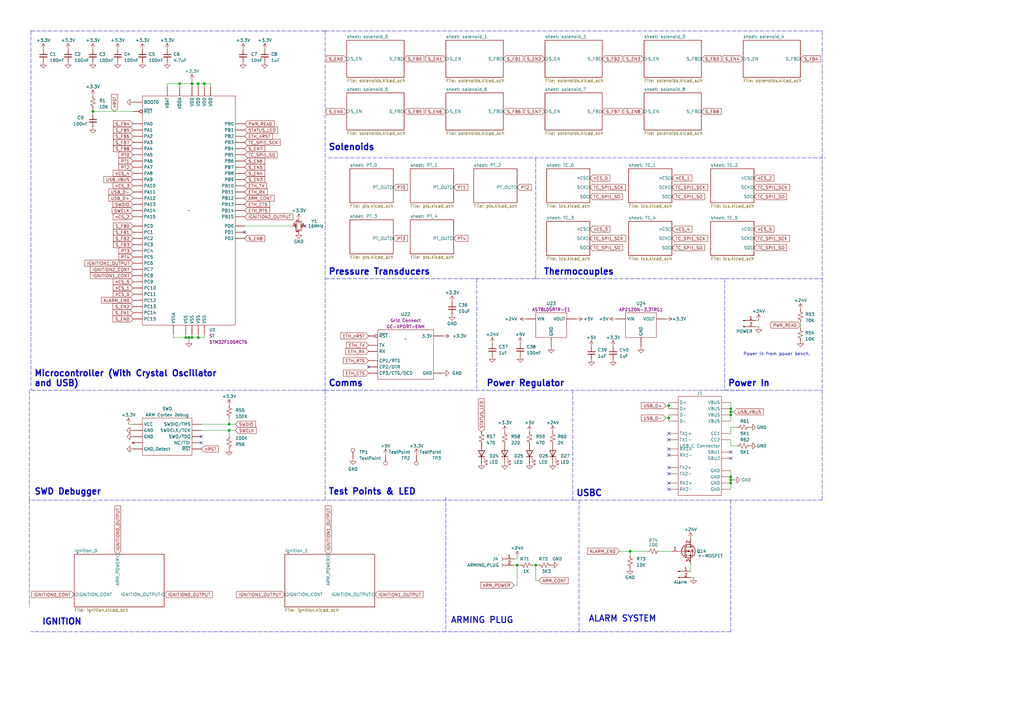
<source format=kicad_sch>
(kicad_sch (version 20230121) (generator eeschema)
  (paper "A3")
  (junction (at 274.32 171.45))
  (junction (at 73.66 34.29))
  (junction (at 93.98 173.99))
  (junction (at 212.09 231.775))
  (junction (at 299.72 167.64))
  (junction (at 274.32 166.37))
  (junction (at 299.72 170.18))
  (junction (at 81.28 34.29))
  (junction (at 78.74 138.43))
  (junction (at 258.445 226.06))
  (junction (at 299.72 198.12))
  (junction (at 77.47 138.43))
  (junction (at 299.72 168.91))
  (junction (at 299.72 195.58))
  (junction (at 83.82 34.29))
  (junction (at 219.71 231.775))
  (junction (at 38.1 45.72))
  (junction (at 81.28 138.43))
  (junction (at 76.2 138.43))
  (junction (at 93.98 176.53))
  (junction (at 78.74 34.29))
  (junction (at 299.72 196.85))
  (no_connect (at 274.32 186.69))
  (no_connect (at 125.095 92.71))
  (no_connect (at 82.55 181.61))
  (no_connect (at 274.32 180.34))
  (no_connect (at 151.13 150.495))
  (no_connect (at 299.72 187.96))
  (no_connect (at 299.72 185.42))
  (no_connect (at 100.33 95.25))
  (no_connect (at 82.55 179.07))
  (no_connect (at 274.32 177.8))
  (no_connect (at 274.32 200.66))
  (no_connect (at 274.32 191.77))
  (no_connect (at 274.32 184.15))
  (no_connect (at 274.32 198.12))
  (no_connect (at 274.32 194.31))
  (wire (pts (xy 76.2 138.43) (xy 77.47 138.43)))
  (wire (pts (xy 81.28 34.29) (xy 81.28 35.56)))
  (wire (pts (xy 299.72 167.64) (xy 299.72 168.91)))
  (wire (pts (xy 93.98 179.07) (xy 93.98 176.53)))
  (wire (pts (xy 71.12 138.43) (xy 76.2 138.43)))
  (polyline (pts (xy 134.62 64.77) (xy 338.455 64.77)) (stroke (width 0) (type dash)))
  (wire (pts (xy 274.32 166.37) (xy 274.32 167.64)))
  (polyline (pts (xy 133.35 160.02) (xy 12.7 160.02)) (stroke (width 0) (type dash)))
  (wire (pts (xy 38.1 46.99) (xy 38.1 45.72)))
  (wire (pts (xy 81.28 34.29) (xy 83.82 34.29)))
  (wire (pts (xy 100.33 92.71) (xy 120.015 92.71)))
  (wire (pts (xy 299.72 196.85) (xy 300.99 196.85)))
  (wire (pts (xy 210.82 231.775) (xy 212.09 231.775)))
  (wire (pts (xy 212.09 229.235) (xy 210.82 229.235)))
  (polyline (pts (xy 337.185 114.3) (xy 337.185 160.02)) (stroke (width 0) (type dash)))
  (wire (pts (xy 81.28 138.43) (xy 83.82 138.43)))
  (polyline (pts (xy 12.7 12.7) (xy 133.35 12.7)) (stroke (width 0) (type dash)))
  (polyline (pts (xy 133.35 160.147) (xy 133.35 205.232)) (stroke (width 0) (type dash)))
  (wire (pts (xy 93.98 176.53) (xy 82.55 176.53)))
  (polyline (pts (xy 299.72 259.08) (xy 182.88 259.08)) (stroke (width 0) (type dash)))
  (polyline (pts (xy 219.71 114.3) (xy 337.185 114.3)) (stroke (width 0) (type dash)))
  (wire (pts (xy 73.66 34.29) (xy 73.66 35.56)))
  (wire (pts (xy 299.72 165.1) (xy 299.72 167.64)))
  (wire (pts (xy 73.66 34.29) (xy 78.74 34.29)))
  (wire (pts (xy 83.82 34.29) (xy 86.36 34.29)))
  (wire (pts (xy 328.295 132.08) (xy 328.295 134.62)))
  (wire (pts (xy 273.05 166.37) (xy 274.32 166.37)))
  (wire (pts (xy 96.52 173.99) (xy 93.98 173.99)))
  (wire (pts (xy 311.15 133.985) (xy 309.88 133.985)))
  (wire (pts (xy 299.72 198.12) (xy 299.72 200.66)))
  (polyline (pts (xy 234.95 160.02) (xy 234.95 205.105)) (stroke (width 0) (type dash)))
  (wire (pts (xy 299.72 193.04) (xy 299.72 195.58)))
  (wire (pts (xy 52.705 173.99) (xy 54.61 173.99)))
  (wire (pts (xy 254 226.06) (xy 258.445 226.06)))
  (wire (pts (xy 68.58 34.29) (xy 68.58 35.56)))
  (wire (pts (xy 218.44 231.775) (xy 219.71 231.775)))
  (wire (pts (xy 309.88 131.445) (xy 311.15 131.445)))
  (wire (pts (xy 274.32 165.1) (xy 274.32 166.37)))
  (wire (pts (xy 299.72 182.88) (xy 299.72 180.34)))
  (polyline (pts (xy 133.35 160.02) (xy 198.12 160.02)) (stroke (width 0) (type dash)))
  (wire (pts (xy 273.05 171.45) (xy 274.32 171.45)))
  (wire (pts (xy 219.71 238.125) (xy 220.98 238.125)))
  (wire (pts (xy 38.1 44.45) (xy 38.1 45.72)))
  (polyline (pts (xy 133.35 12.7) (xy 337.185 12.7)) (stroke (width 0) (type dash)))
  (wire (pts (xy 299.72 168.91) (xy 299.72 170.18)))
  (polyline (pts (xy 219.71 64.77) (xy 219.71 114.3)) (stroke (width 0) (type dash)))
  (polyline (pts (xy 140.335 205.105) (xy 234.95 205.105)) (stroke (width 0) (type dash)))
  (wire (pts (xy 71.12 137.16) (xy 71.12 138.43)))
  (wire (pts (xy 274.32 171.45) (xy 274.32 172.72)))
  (wire (pts (xy 258.445 226.06) (xy 258.445 227.965)))
  (wire (pts (xy 212.09 228.6) (xy 212.09 229.235)))
  (wire (pts (xy 86.36 34.29) (xy 86.36 35.56)))
  (wire (pts (xy 274.32 170.18) (xy 274.32 171.45)))
  (wire (pts (xy 299.72 182.88) (xy 302.26 182.88)))
  (wire (pts (xy 299.72 196.85) (xy 299.72 198.12)))
  (polyline (pts (xy 133.35 12.7) (xy 133.35 160.02)) (stroke (width 0) (type dash)))
  (wire (pts (xy 299.72 168.91) (xy 300.99 168.91)))
  (polyline (pts (xy 12.065 160.02) (xy 12.065 205.105)) (stroke (width 0) (type dash)))
  (wire (pts (xy 299.72 170.18) (xy 299.72 172.72)))
  (polyline (pts (xy 337.185 63.5) (xy 337.185 114.3)) (stroke (width 0) (type dash)))
  (wire (pts (xy 77.47 138.43) (xy 78.74 138.43)))
  (wire (pts (xy 299.72 175.26) (xy 302.26 175.26)))
  (polyline (pts (xy 297.18 160.02) (xy 337.185 160.02)) (stroke (width 0) (type dash)))
  (wire (pts (xy 299.72 195.58) (xy 299.72 196.85)))
  (polyline (pts (xy 140.335 205.105) (xy 12.065 205.105)) (stroke (width 0) (type dash)))
  (wire (pts (xy 78.74 137.16) (xy 78.74 138.43)))
  (wire (pts (xy 77.47 139.7) (xy 77.47 138.43)))
  (wire (pts (xy 78.74 34.29) (xy 81.28 34.29)))
  (wire (pts (xy 81.28 137.16) (xy 81.28 138.43)))
  (polyline (pts (xy 182.88 259.08) (xy 12.7 259.08)) (stroke (width 0) (type dash)))
  (wire (pts (xy 283.21 231.14) (xy 283.21 234.315)))
  (wire (pts (xy 83.82 137.16) (xy 83.82 138.43)))
  (wire (pts (xy 212.09 231.775) (xy 213.36 231.775)))
  (wire (pts (xy 270.51 226.06) (xy 275.59 226.06)))
  (polyline (pts (xy 12.7 12.7) (xy 12.7 160.02)) (stroke (width 0) (type dash)))
  (polyline (pts (xy 133.35 114.3) (xy 219.71 114.3)) (stroke (width 0) (type dash)))
  (polyline (pts (xy 12.065 205.105) (xy 12.065 248.92)) (stroke (width 0) (type dash)))
  (wire (pts (xy 299.72 175.26) (xy 299.72 177.8)))
  (polyline (pts (xy 299.72 205.105) (xy 299.72 259.08)) (stroke (width 0) (type dash)))
  (wire (pts (xy 219.71 231.775) (xy 220.98 231.775)))
  (wire (pts (xy 212.09 231.775) (xy 212.09 240.03)))
  (polyline (pts (xy 297.18 160.02) (xy 304.165 160.02)) (stroke (width 0) (type dash)))
  (polyline (pts (xy 195.58 114.3) (xy 195.58 160.02)) (stroke (width 0) (type dash)))
  (wire (pts (xy 284.48 236.855) (xy 283.21 236.855)))
  (wire (pts (xy 258.445 226.06) (xy 265.43 226.06)))
  (wire (pts (xy 78.74 138.43) (xy 81.28 138.43)))
  (polyline (pts (xy 237.49 205.105) (xy 237.49 259.08)) (stroke (width 0) (type dash)))
  (wire (pts (xy 93.98 171.45) (xy 93.98 173.99)))
  (wire (pts (xy 219.71 231.775) (xy 219.71 238.125)))
  (polyline (pts (xy 297.18 114.3) (xy 297.18 160.02)) (stroke (width 0) (type dash)))
  (polyline (pts (xy 234.95 205.105) (xy 337.185 205.105)) (stroke (width 0) (type dash)))
  (wire (pts (xy 78.74 33.02) (xy 78.74 34.29)))
  (wire (pts (xy 212.09 240.03) (xy 210.82 240.03)))
  (polyline (pts (xy 182.88 203.835) (xy 182.88 259.08)) (stroke (width 0) (type dash)))
  (wire (pts (xy 76.2 137.16) (xy 76.2 138.43)))
  (wire (pts (xy 78.74 34.29) (xy 78.74 35.56)))
  (wire (pts (xy 38.1 45.72) (xy 54.61 45.72)))
  (wire (pts (xy 93.98 176.53) (xy 96.52 176.53)))
  (wire (pts (xy 82.55 173.99) (xy 93.98 173.99)))
  (wire (pts (xy 83.82 34.29) (xy 83.82 35.56)))
  (polyline (pts (xy 337.185 12.7) (xy 337.185 63.5)) (stroke (width 0) (type dash)))
  (polyline (pts (xy 337.185 160.02) (xy 337.185 205.105)) (stroke (width 0) (type dash)))
  (polyline (pts (xy 297.18 160.02) (xy 198.12 160.02)) (stroke (width 0) (type dash)))
  (wire (pts (xy 68.58 34.29) (xy 73.66 34.29)))
  (text "ARMING PLUG" (at 184.785 255.905 0) (effects (font (size 2.5 2.5) (thickness 0.4) bold) (justify left bottom)))
  (text "ALARM SYSTEM" (at 241.3 255.27 0) (effects (font (size 2.5 2.5) (thickness 0.4) bold) (justify left bottom)))
  (text "Thermocouples" (at 222.885 113.03 0) (effects (font (size 2.55 2.55) (thickness 0.51) bold) (justify left bottom)))
  (text "Comms" (at 134.62 158.75 0) (effects (font (size 2.55 2.55) (thickness 0.51) bold) (justify left bottom)))
  (text "SWD Debugger" (at 13.97 203.2 0) (effects (font (size 2.5 2.5) (thickness 0.5) bold) (justify left bottom)))
  (text "Test Points & LED" (at 134.62 203.2 0) (effects (font (size 2.55 2.55) (thickness 0.51) bold) (justify left bottom)))
  (text "Pressure Transducers" (at 134.62 113.03 0) (effects (font (size 2.55 2.55) (thickness 0.51) bold) (justify left bottom)))
  (text "Microcontroller (With Crystal Oscillator \nand USB)" (at 13.97 158.75 0) (effects (font (size 2.5 2.5) (thickness 0.5) bold) (justify left bottom)))
  (text "Power In" (at 298.45 158.75 0) (effects (font (size 2.55 2.55) (thickness 0.51) bold) (justify left bottom)))
  (text "Power Regulator" (at 199.39 158.75 0) (effects (font (size 2.55 2.55) (thickness 0.51) bold) (justify left bottom)))
  (text "IGNITION" (at 17.145 256.54 0) (effects (font (size 2.5 2.5) (thickness 0.5) bold) (justify left bottom)))
  (text "Power in from power bench." (at 304.8 146.05 0) (effects (font (size 1.27 1.27)) (justify left bottom)))
  (text "USBC" (at 236.22 203.835 0) (effects (font (size 2.55 2.55) (thickness 0.51) bold) (justify left bottom)))
  (text "Solenoids\n\n" (at 134.62 66.04 0) (effects (font (size 2.55 2.55) (thickness 0.51) bold) (justify left bottom)))
  (global_label "S_FB1" (shape input) (at 206.375 24.13 0) (property "Intersheetrefs" "${INTERSHEET_REFS}" (effects hide)))
  (global_label "TC_SPI1_SO" (shape input) (at 100.33 63.5 0) (property "Intersheetrefs" "${INTERSHEET_REFS}" (effects hide)))
  (global_label "S_FB7" (shape input) (at 247.015 45.72 0) (property "Intersheetrefs" "${INTERSHEET_REFS}" (effects hide)))
  (global_label "TC_SPI1_SCK" (shape input) (at 275.59 76.835 0) (property "Intersheetrefs" "${INTERSHEET_REFS}" (effects hide)))
  (global_label "nCS_4" (shape input) (at 54.61 71.12 180) (property "Intersheetrefs" "${INTERSHEET_REFS}" (effects hide)))
  (global_label "S_FB4" (shape input) (at 328.295 24.13 0) (property "Intersheetrefs" "${INTERSHEET_REFS}" (effects hide)))
  (global_label "nCS_0" (shape input) (at 241.935 73.025 0) (property "Intersheetrefs" "${INTERSHEET_REFS}" (effects hide)))
  (global_label "PT2" (shape input) (at 54.61 68.58 180) (property "Intersheetrefs" "${INTERSHEET_REFS}" (effects hide)))
  (global_label "TC_SPI1_SO" (shape input) (at 309.245 101.6 0) (property "Intersheetrefs" "${INTERSHEET_REFS}" (effects hide)))
  (global_label "S_FB8" (shape input) (at 287.655 45.72 0) (property "Intersheetrefs" "${INTERSHEET_REFS}" (effects hide)))
  (global_label "PT0" (shape input) (at 54.61 63.5 180) (property "Intersheetrefs" "${INTERSHEET_REFS}" (effects hide)))
  (global_label "S_FB2" (shape input) (at 54.61 97.79 180) (property "Intersheetrefs" "${INTERSHEET_REFS}" (effects hide)))
  (global_label "PWR_READ" (shape input) (at 100.33 50.8 0) (property "Intersheetrefs" "${INTERSHEET_REFS}" (effects hide)))
  (global_label "nCS_3" (shape input) (at 241.935 93.98 0) (property "Intersheetrefs" "${INTERSHEET_REFS}" (effects hide)))
  (global_label "nCS_4" (shape input) (at 275.59 93.98 0) (property "Intersheetrefs" "${INTERSHEET_REFS}" (effects hide)))
  (global_label "S_EN6" (shape input) (at 100.33 66.04 0) (property "Intersheetrefs" "${INTERSHEET_REFS}" (effects hide)))
  (global_label "S_EN5" (shape input) (at 100.33 68.58 0) (property "Intersheetrefs" "${INTERSHEET_REFS}" (effects hide)))
  (global_label "S_EN1" (shape input) (at 54.61 128.27 180) (property "Intersheetrefs" "${INTERSHEET_REFS}" (effects hide)))
  (global_label "IGNITION2_CONT" (shape input) (at 54.61 110.49 180) (property "Intersheetrefs" "${INTERSHEET_REFS}" (effects hide)))
  (global_label "PT2" (shape input) (at 212.09 76.835 0) (property "Intersheetrefs" "${INTERSHEET_REFS}" (effects hide)))
  (global_label "PT1" (shape input) (at 186.055 76.835 0) (property "Intersheetrefs" "${INTERSHEET_REFS}" (effects hide)))
  (global_label "S_EN6" (shape input) (at 182.88 45.72 180) (property "Intersheetrefs" "${INTERSHEET_REFS}" (effects hide)))
  (global_label "TC_SPI1_SCK" (shape input) (at 309.245 76.835 0) (property "Intersheetrefs" "${INTERSHEET_REFS}" (effects hide)))
  (global_label "TC_SPI1_SCK" (shape input) (at 241.935 97.79 0) (property "Intersheetrefs" "${INTERSHEET_REFS}" (effects hide)))
  (global_label "IGNITION0_CONT" (shape input) (at 30.48 243.84 180) (property "Intersheetrefs" "${INTERSHEET_REFS}" (effects hide)))
  (global_label "IGNITION1_OUTPUT" (shape input) (at 116.84 243.84 180) (property "Intersheetrefs" "${INTERSHEET_REFS}" (effects hide)))
  (global_label "S_FB6" (shape input) (at 206.375 45.72 0) (property "Intersheetrefs" "${INTERSHEET_REFS}" (effects hide)))
  (global_label "SWDIO" (shape input) (at 54.61 83.82 180) (property "Intersheetrefs" "${INTERSHEET_REFS}" (effects hide)))
  (global_label "USB_D-" (shape input) (at 54.61 78.74 180) (property "Intersheetrefs" "${INTERSHEET_REFS}" (effects hide)))
  (global_label "S_EN7" (shape input) (at 223.52 45.72 180) (property "Intersheetrefs" "${INTERSHEET_REFS}" (effects hide)))
  (global_label "TC_SPI1_SO" (shape input) (at 241.935 80.645 0) (property "Intersheetrefs" "${INTERSHEET_REFS}" (effects hide)))
  (global_label "ETH_nRST" (shape input) (at 100.33 55.88 0) (property "Intersheetrefs" "${INTERSHEET_REFS}" (effects hide)))
  (global_label "USB_D-" (shape input) (at 273.05 171.45 180) (property "Intersheetrefs" "${INTERSHEET_REFS}" (effects hide)))
  (global_label "STATUS_LED" (shape input) (at 197.485 177.165 90) (property "Intersheetrefs" "${INTERSHEET_REFS}" (effects hide)))
  (global_label "ETH_CTS" (shape input) (at 100.33 83.82 0) (property "Intersheetrefs" "${INTERSHEET_REFS}" (effects hide)))
  (global_label "nCS_5" (shape input) (at 309.245 93.98 0) (property "Intersheetrefs" "${INTERSHEET_REFS}" (effects hide)))
  (global_label "nCS_2" (shape input) (at 54.61 88.9 180) (property "Intersheetrefs" "${INTERSHEET_REFS}" (effects hide)))
  (global_label "PT3" (shape input) (at 161.29 97.79 0) (property "Intersheetrefs" "${INTERSHEET_REFS}" (effects hide)))
  (global_label "IGNITION1_OUTPUT" (shape input) (at 134.62 227.33 90) (property "Intersheetrefs" "${INTERSHEET_REFS}" (effects hide)))
  (global_label "nCS_1" (shape input) (at 275.59 73.025 0) (property "Intersheetrefs" "${INTERSHEET_REFS}" (effects hide)))
  (global_label "PT3" (shape input) (at 54.61 102.87 180) (property "Intersheetrefs" "${INTERSHEET_REFS}" (effects hide)))
  (global_label "PT0" (shape input) (at 161.29 76.835 0) (property "Intersheetrefs" "${INTERSHEET_REFS}" (effects hide)))
  (global_label "S_EN7" (shape input) (at 100.33 60.96 0) (property "Intersheetrefs" "${INTERSHEET_REFS}" (effects hide)))
  (global_label "S_FB4" (shape input) (at 54.61 50.8 180) (property "Intersheetrefs" "${INTERSHEET_REFS}" (effects hide)))
  (global_label "TC_SPI1_SO" (shape input) (at 275.59 101.6 0) (property "Intersheetrefs" "${INTERSHEET_REFS}" (effects hide)))
  (global_label "S_EN2" (shape input) (at 54.61 125.73 180) (property "Intersheetrefs" "${INTERSHEET_REFS}" (effects hide)))
  (global_label "IGNITION1_OUTPUT" (shape input) (at 54.61 107.95 180) (property "Intersheetrefs" "${INTERSHEET_REFS}" (effects hide)))
  (global_label "TC_SPI1_SO" (shape input) (at 275.59 80.645 0) (property "Intersheetrefs" "${INTERSHEET_REFS}" (effects hide)))
  (global_label "SWDIO" (shape input) (at 96.52 173.99 0) (property "Intersheetrefs" "${INTERSHEET_REFS}" (effects hide)))
  (global_label "TC_SPI1_SCK" (shape input) (at 241.935 76.835 0) (property "Intersheetrefs" "${INTERSHEET_REFS}" (effects hide)))
  (global_label "S_FB0" (shape input) (at 165.735 24.13 0) (property "Intersheetrefs" "${INTERSHEET_REFS}" (effects hide)))
  (global_label "TC_SPI1_SCK" (shape input) (at 100.33 58.42 0) (property "Intersheetrefs" "${INTERSHEET_REFS}" (effects hide)))
  (global_label "S_EN3" (shape input) (at 100.33 73.66 0) (property "Intersheetrefs" "${INTERSHEET_REFS}" (effects hide)))
  (global_label "STATUS_LED" (shape input) (at 100.33 53.34 0) (property "Intersheetrefs" "${INTERSHEET_REFS}" (effects hide)))
  (global_label "nRST" (shape input) (at 46.99 45.72 90) (property "Intersheetrefs" "${INTERSHEET_REFS}" (effects hide)))
  (global_label "IGNITION0_OUTPUT" (shape input) (at 48.26 227.33 90) (property "Intersheetrefs" "${INTERSHEET_REFS}" (effects hide)))
  (global_label "TC_SPI1_SCK" (shape input) (at 309.245 97.79 0) (property "Intersheetrefs" "${INTERSHEET_REFS}" (effects hide)))
  (global_label "ETH_nRST" (shape input) (at 151.13 137.795 180) (property "Intersheetrefs" "${INTERSHEET_REFS}" (effects hide)))
  (global_label "nCS_3" (shape input) (at 54.61 76.2 180) (property "Intersheetrefs" "${INTERSHEET_REFS}" (effects hide)))
  (global_label "ARM_CONT" (shape input) (at 100.33 81.28 0) (property "Intersheetrefs" "${INTERSHEET_REFS}" (effects hide)))
  (global_label "USB_D+" (shape input) (at 54.61 81.28 180) (property "Intersheetrefs" "${INTERSHEET_REFS}" (effects hide)))
  (global_label "S_EN4" (shape input) (at 304.8 24.13 180) (property "Intersheetrefs" "${INTERSHEET_REFS}" (effects hide)))
  (global_label "S_FB2" (shape input) (at 247.015 24.13 0) (property "Intersheetrefs" "${INTERSHEET_REFS}" (effects hide)))
  (global_label "ARM_CONT" (shape input) (at 220.98 238.125 0) (property "Intersheetrefs" "${INTERSHEET_REFS}" (effects hide)))
  (global_label "S_FB3" (shape input) (at 54.61 100.33 180) (property "Intersheetrefs" "${INTERSHEET_REFS}" (effects hide)))
  (global_label "USB_VBUS" (shape input) (at 54.61 73.66 180) (property "Intersheetrefs" "${INTERSHEET_REFS}" (effects hide)))
  (global_label "PT1" (shape input) (at 54.61 66.04 180) (property "Intersheetrefs" "${INTERSHEET_REFS}" (effects hide)))
  (global_label "IGNITION1_OUTPUT" (shape input) (at 153.67 243.84 0) (property "Intersheetrefs" "${INTERSHEET_REFS}" (effects hide)))
  (global_label "TC_SPI1_SCK" (shape input) (at 275.59 97.79 0) (property "Intersheetrefs" "${INTERSHEET_REFS}" (effects hide)))
  (global_label "S_FB8" (shape input) (at 54.61 60.96 180) (property "Intersheetrefs" "${INTERSHEET_REFS}" (effects hide)))
  (global_label "S_FB6" (shape input) (at 54.61 55.88 180) (property "Intersheetrefs" "${INTERSHEET_REFS}" (effects hide)))
  (global_label "S_FB7" (shape input) (at 54.61 58.42 180) (property "Intersheetrefs" "${INTERSHEET_REFS}" (effects hide)))
  (global_label "nCS_5" (shape input) (at 54.61 115.57 180) (property "Intersheetrefs" "${INTERSHEET_REFS}" (effects hide)))
  (global_label "nCS_0" (shape input) (at 54.61 120.65 180) (property "Intersheetrefs" "${INTERSHEET_REFS}" (effects hide)))
  (global_label "S_EN2" (shape input) (at 223.52 24.13 180) (property "Intersheetrefs" "${INTERSHEET_REFS}" (effects hide)))
  (global_label "TC_SPI1_SO" (shape input) (at 241.935 101.6 0) (property "Intersheetrefs" "${INTERSHEET_REFS}" (effects hide)))
  (global_label "S_FB5" (shape input) (at 165.735 45.72 0) (property "Intersheetrefs" "${INTERSHEET_REFS}" (effects hide)))
  (global_label "S_EN4" (shape input) (at 100.33 71.12 0) (property "Intersheetrefs" "${INTERSHEET_REFS}" (effects hide)))
  (global_label "SWCLK" (shape input) (at 96.52 176.53 0) (property "Intersheetrefs" "${INTERSHEET_REFS}" (effects hide)))
  (global_label "S_FB3" (shape input) (at 287.655 24.13 0) (property "Intersheetrefs" "${INTERSHEET_REFS}" (effects hide)))
  (global_label "SWCLK" (shape input) (at 54.61 86.36 180) (property "Intersheetrefs" "${INTERSHEET_REFS}" (effects hide)))
  (global_label "nCS_2" (shape input) (at 309.245 73.025 0) (property "Intersheetrefs" "${INTERSHEET_REFS}" (effects hide)))
  (global_label "ETH_TX" (shape input) (at 151.13 141.605 180) (property "Intersheetrefs" "${INTERSHEET_REFS}" (effects hide)))
  (global_label "IGNITION1_CONT" (shape input) (at 54.61 113.03 180) (property "Intersheetrefs" "${INTERSHEET_REFS}" (effects hide)))
  (global_label "ALARM_EN0" (shape input) (at 254 226.06 180) (property "Intersheetrefs" "${INTERSHEET_REFS}" (effects hide)))
  (global_label "nRST" (shape input) (at 82.55 184.15 0) (property "Intersheetrefs" "${INTERSHEET_REFS}" (effects hide)))
  (global_label "ETH_RTS" (shape input) (at 151.13 147.955 180) (property "Intersheetrefs" "${INTERSHEET_REFS}" (effects hide)))
  (global_label "ALARM_EN0" (shape input) (at 54.61 123.19 180) (property "Intersheetrefs" "${INTERSHEET_REFS}" (effects hide)))
  (global_label "ETH_RX" (shape input) (at 100.33 78.74 0) (property "Intersheetrefs" "${INTERSHEET_REFS}" (effects hide)))
  (global_label "S_EN8" (shape input) (at 264.16 45.72 180) (property "Intersheetrefs" "${INTERSHEET_REFS}" (effects hide)))
  (global_label "S_FB1" (shape input) (at 54.61 95.25 180) (property "Intersheetrefs" "${INTERSHEET_REFS}" (effects hide)))
  (global_label "USB_D+" (shape input) (at 273.05 166.37 180) (property "Intersheetrefs" "${INTERSHEET_REFS}" (effects hide)))
  (global_label "USB_VBUS" (shape input) (at 300.99 168.91 0) (property "Intersheetrefs" "${INTERSHEET_REFS}" (effects hide)))
  (global_label "IGNITION0_OUTPUT" (shape input) (at 67.31 243.84 0) (property "Intersheetrefs" "${INTERSHEET_REFS}" (effects hide)))
  (global_label "PT4" (shape input) (at 54.61 105.41 180) (property "Intersheetrefs" "${INTERSHEET_REFS}" (effects hide)))
  (global_label "S_EN0" (shape input) (at 54.61 130.81 180) (property "Intersheetrefs" "${INTERSHEET_REFS}" (effects hide)))
  (global_label "IGNITION2_OUTPUT" (shape input) (at 100.33 88.9 0) (property "Intersheetrefs" "${INTERSHEET_REFS}" (effects hide)))
  (global_label "ARM_POWER" (shape input) (at 210.82 240.03 180) (property "Intersheetrefs" "${INTERSHEET_REFS}" (effects hide)))
  (global_label "nCS_1" (shape input) (at 54.61 118.11 180) (property "Intersheetrefs" "${INTERSHEET_REFS}" (effects hide)))
  (global_label "S_EN3" (shape input) (at 264.16 24.13 180) (property "Intersheetrefs" "${INTERSHEET_REFS}" (effects hide)))
  (global_label "S_EN8" (shape input) (at 100.33 97.79 0) (property "Intersheetrefs" "${INTERSHEET_REFS}" (effects hide)))
  (global_label "ETH_TX" (shape input) (at 100.33 76.2 0) (property "Intersheetrefs" "${INTERSHEET_REFS}" (effects hide)))
  (global_label "TC_SPI1_SO" (shape input) (at 309.245 80.645 0) (property "Intersheetrefs" "${INTERSHEET_REFS}" (effects hide)))
  (global_label "S_FB5" (shape input) (at 54.61 53.34 180) (property "Intersheetrefs" "${INTERSHEET_REFS}" (effects hide)))
  (global_label "ETH_RTS" (shape input) (at 100.33 86.36 0) (property "Intersheetrefs" "${INTERSHEET_REFS}" (effects hide)))
  (global_label "S_FB0" (shape input) (at 54.61 92.71 180) (property "Intersheetrefs" "${INTERSHEET_REFS}" (effects hide)))
  (global_label "ETH_CTS" (shape input) (at 151.13 153.035 180) (property "Intersheetrefs" "${INTERSHEET_REFS}" (effects hide)))
  (global_label "S_EN1" (shape input) (at 182.88 24.13 180) (property "Intersheetrefs" "${INTERSHEET_REFS}" (effects hide)))
  (global_label "ETH_RX" (shape input) (at 151.13 144.145 180) (property "Intersheetrefs" "${INTERSHEET_REFS}" (effects hide)))
  (global_label "S_EN5" (shape input) (at 142.24 45.72 180) (property "Intersheetrefs" "${INTERSHEET_REFS}" (effects hide)))
  (global_label "PT4" (shape input) (at 186.055 97.79 0) (property "Intersheetrefs" "${INTERSHEET_REFS}" (effects hide)))
  (global_label "PWR_READ" (shape input) (at 328.295 133.35 180) (property "Intersheetrefs" "${INTERSHEET_REFS}" (effects hide)))
  (global_label "S_EN0" (shape input) (at 142.24 24.13 180) (property "Intersheetrefs" "${INTERSHEET_REFS}" (effects hide)))
  (symbol (lib_id "UCIRP-KiCAD-Lib:C_Small") (at 27.94 22.86 0) (unit 1)
    (property "Reference" "C2" (at 30.48 22.2313 0) (effects (justify left)))
    (property "Value" "100nF" (at 30.48 24.7713 0) (effects (justify left)))
    (property "Footprint" "Capacitor_SMD:C_0402_1005Metric" (effects hide))
    (property "Manufacturer" "Generic" (effects hide))
    (property "Part #" "Generic 100nF 0402 Capacitor" (effects hide))
  )
  (symbol (lib_id "power:+3.3V") (at 17.78 20.32 0) (unit 1)
    (property "Reference" "#PWR0195" (effects hide))
    (property "Value" "+3.3V" (at 17.78 16.51 0))
  )
  (symbol (lib_id "power:GND") (at 58.42 25.4 0) (unit 1)
    (property "Reference" "#PWR0204" (effects hide))
    (property "Value" "GND" (effects hide))
  )
  (symbol (lib_id "power:GND") (at 185.42 128.905 0) (unit 1)
    (property "Reference" "#PWR0218" (effects hide))
    (property "Value" "GND" (at 185.42 132.715 0))
  )
  (symbol (lib_id "power:GND") (at 17.78 25.4 0) (unit 1)
    (property "Reference" "#PWR0196" (effects hide))
    (property "Value" "GND" (effects hide))
  )
  (symbol (lib_id "UCIRP-KiCAD-Lib:TestPoint") (at 158.115 186.69 180) (unit 1)
    (property "Reference" "TP2" (at 168.275 187.96 0) (effects (justify left)))
    (property "Value" "TestPoint" (at 168.275 185.42 0) (effects (justify left)))
    (property "Footprint" "TestPoint:TestPoint_Pad_D2.0mm" (effects hide))
  )
  (symbol (lib_id "UCIRP-KiCAD-Lib:USB-C") (at 287.02 182.88 0) (unit 1)
    (property "Reference" "J1" (at 287.02 161.29 0))
    (property "Value" "USB_C Connector" (at 287.02 182.88 0))
    (property "Footprint" "Connector_USB:USB_C_Receptacle_GCT_USB4105-xx-A_16P_TopMnt_Horizontal" (effects hide))
    (property "Datasheet" "https://www.we-online.com/components/products/datasheet/629105150521.pdf" (effects hide))
    (property "Manufacturer" "Wurth Elektronik" (effects hide))
    (property "Part #" "629105150521" (effects hide))
  )
  (symbol (lib_id "UCIRP-KiCAD-Lib:R_Small_US") (at 93.98 168.91 0) (unit 1)
    (property "Reference" "R55" (at 96.52 168.275 0) (effects (justify left)))
    (property "Value" "100K" (at 96.52 170.815 0) (effects (justify left)))
    (property "Footprint" "Resistor_SMD:R_0402_1005Metric" (effects hide))
    (property "Manufacturer" "Generic" (effects hide))
    (property "Part #" "Generic 100K 0402 Resistor" (effects hide))
  )
  (symbol (lib_id "power:GND") (at 207.01 189.865 0) (unit 1)
    (property "Reference" "#PWR098" (effects hide))
    (property "Value" "GND" (effects hide))
  )
  (symbol (lib_id "UCIRP-KiCAD-Lib:Crystal_GND24_Small") (at 122.555 92.71 0) (mirror y) (unit 1)
    (property "Reference" "Y1" (at 128.905 90.805 0))
    (property "Value" "16MHz" (at 129.54 92.71 0))
    (property "Footprint" "Crystal:Crystal_SMD_2016-4Pin_2.0x1.6mm" (effects hide))
    (property "Datasheet" "https://ecsxtal.com/store/pdf/ECS_1633.pdf" (effects hide))
    (property "Manufacturer" "ECS" (effects hide))
    (property "Part #" "ECS-1633-160-BN-TR" (effects hide))
  )
  (symbol (lib_id "power:GND") (at 99.695 25.4 0) (unit 1)
    (property "Reference" "#PWR0208" (effects hide))
    (property "Value" "GND" (effects hide))
  )
  (symbol (lib_id "power:+3.3V") (at 207.01 177.165 0) (unit 1)
    (property "Reference" "#PWR097" (effects hide))
    (property "Value" "+3.3V" (at 207.01 173.355 0))
  )
  (symbol (lib_id "UCIRP-KiCAD-Lib:R_Small_US") (at 258.445 230.505 0) (unit 1)
    (property "Reference" "R73" (at 260.985 229.235 0) (effects (justify left)))
    (property "Value" "10K" (at 260.985 231.775 0) (effects (justify left)))
    (property "Footprint" "Resistor_SMD:R_0402_1005Metric" (effects hide))
    (property "Manufacturer" "Generic" (effects hide))
    (property "Part #" "Generic 10K 0402 Resistor" (effects hide))
  )
  (symbol (lib_id "power:+3.3V") (at 68.58 20.32 0) (unit 1)
    (property "Reference" "#PWR0205" (effects hide))
    (property "Value" "+3.3V" (at 68.58 16.51 0))
  )
  (symbol (lib_id "UCIRP-KiCAD-Lib:R_Small_US") (at 304.8 175.26 270) (unit 1)
    (property "Reference" "R61" (at 303.53 172.72 90) (effects (justify left)))
    (property "Value" "5K1" (at 303.53 177.8 90) (effects (justify left)))
    (property "Footprint" "Resistor_SMD:R_0402_1005Metric" (effects hide))
    (property "Manufacturer" "Generic" (effects hide))
    (property "Part #" "Generic 5K1 0402 Resistor" (effects hide))
  )
  (symbol (lib_id "power:GND") (at 251.46 147.32 0) (unit 1)
    (property "Reference" "#PWR0191" (effects hide))
    (property "Value" "GND" (effects hide))
  )
  (symbol (lib_id "power:GND") (at 213.36 146.05 0) (unit 1)
    (property "Reference" "#PWR0157" (effects hide))
    (property "Value" "GND" (effects hide))
  )
  (symbol (lib_id "power:GND") (at 68.58 25.4 0) (unit 1)
    (property "Reference" "#PWR0206" (effects hide))
    (property "Value" "GND" (effects hide))
  )
  (symbol (lib_id "UCIRP-KiCAD-Lib:STM32F105RCT6") (at 77.47 86.36 0) (unit 1)
    (property "Reference" "U1" (at 85.7759 135.255 0) (effects (justify left)))
    (property "Value" "~" (at 77.47 86.36 0))
    (property "Footprint" "Package_QFP:LQFP-64_10x10mm_P0.5mm" (effects hide))
    (property "Datasheet" "https://www.st.com/resource/en/datasheet/stm32f105rc.pdf" (effects hide))
    (property "Manufacturer" "ST" (at 85.7759 137.795 0) (effects (justify left)))
    (property "Part #" "STM32F105RCT6" (at 85.7759 140.335 0) (effects (justify left)))
  )
  (symbol (lib_id "UCIRP-KiCAD-Lib:Generic_Regulator_OutputGroundInput") (at 226.06 133.35 0) (unit 1)
    (property "Reference" "U23" (at 226.06 124.46 0))
    (property "Value" "~" (at 226.06 125.73 0))
    (property "Footprint" "Package_TO_SOT_SMD:SOT-89-3" (effects hide))
    (property "Datasheet" "https://mm.digikey.com/Volume0/opasdata/d220001/medias/docus/657/AS78Lxx_Aug2013_DS.pdf" (effects hide))
    (property "Part #" "AS78L05RTR-E1" (at 226.06 127 0))
    (property "Manufacturer" "Diodes" (effects hide))
  )
  (symbol (lib_id "power:GND") (at 262.89 142.24 0) (unit 1)
    (property "Reference" "#PWR0189" (effects hide))
    (property "Value" "GND" (effects hide))
  )
  (symbol (lib_id "UCIRP-KiCAD-Lib:C_Small") (at 17.78 22.86 0) (unit 1)
    (property "Reference" "C1" (at 20.32 22.2313 0) (effects (justify left)))
    (property "Value" "100nF" (at 20.32 24.7713 0) (effects (justify left)))
    (property "Footprint" "Capacitor_SMD:C_0402_1005Metric" (effects hide))
    (property "Manufacturer" "Generic" (effects hide))
    (property "Part #" "Generic 100nF 0402 Capacitor" (effects hide))
  )
  (symbol (lib_id "power:GND") (at 38.1 25.4 0) (unit 1)
    (property "Reference" "#PWR0200" (effects hide))
    (property "Value" "GND" (effects hide))
  )
  (symbol (lib_id "power:GND") (at 181.61 153.035 90) (unit 1)
    (property "Reference" "#PWR0216" (effects hide))
    (property "Value" "GND" (at 185.42 153.035 90) (effects (justify right)))
  )
  (symbol (lib_id "power:GND") (at 122.555 95.25 0) (unit 1)
    (property "Reference" "#PWR0102" (effects hide))
    (property "Value" "GND" (at 122.555 99.06 0))
  )
  (symbol (lib_id "power:GND") (at 54.61 41.91 270) (unit 1)
    (property "Reference" "#PWR0147" (effects hide))
    (property "Value" "GND" (effects hide))
  )
  (symbol (lib_id "UCIRP-KiCAD-Lib:C_Small") (at 68.58 22.86 0) (unit 1)
    (property "Reference" "C6" (at 71.12 22.2313 0) (effects (justify left)))
    (property "Value" "4.7uF" (at 71.12 24.7713 0) (effects (justify left)))
    (property "Footprint" "Capacitor_SMD:C_0402_1005Metric" (effects hide))
    (property "Manufacturer" "Generic" (effects hide))
    (property "Part #" "Generic 4.7uF 0402 Capacitor" (effects hide))
  )
  (symbol (lib_id "UCIRP-KiCAD-Lib:R_Small_US") (at 38.1 41.91 0) (unit 1)
    (property "Reference" "R1" (at 40.64 41.275 0) (effects (justify left)))
    (property "Value" "10K" (at 40.64 43.815 0) (effects (justify left)))
    (property "Footprint" "Resistor_SMD:R_0402_1005Metric" (effects hide))
    (property "Manufacturer" "Generic" (effects hide))
    (property "Part #" "Generic 10K 0402 Resistor" (effects hide))
  )
  (symbol (lib_id "power:+3.3V") (at 122.555 90.17 0) (unit 1)
    (property "Reference" "#PWR0101" (effects hide))
    (property "Value" "+3.3V" (at 122.555 86.36 0))
  )
  (symbol (lib_id "power:+24V") (at 212.09 228.6 0) (unit 1)
    (property "Reference" "#PWR0240" (effects hide))
    (property "Value" "+24V" (at 212.09 224.79 0))
  )
  (symbol (lib_id "power:GND") (at 258.445 233.045 0) (unit 1)
    (property "Reference" "#PWR0234" (effects hide))
    (property "Value" "GND" (at 258.445 236.855 0))
  )
  (symbol (lib_id "power:+3.3V") (at 38.1 20.32 0) (unit 1)
    (property "Reference" "#PWR0199" (effects hide))
    (property "Value" "+3.3V" (at 38.1 16.51 0))
  )
  (symbol (lib_id "Device:R_Small_US") (at 215.9 231.775 90) (mirror x) (unit 1)
    (property "Reference" "R71" (at 217.17 229.235 90) (effects (justify left)))
    (property "Value" "1K" (at 217.17 234.315 90) (effects (justify left)))
    (property "Footprint" "Resistor_SMD:R_0402_1005Metric" (effects hide))
    (property "Manufacturer" "Generic" (effects hide))
    (property "Part #" "Generic 1K 0402 Resistor" (effects hide))
  )
  (symbol (lib_id "power:GND") (at 328.295 139.7 0) (unit 1)
    (property "Reference" "#PWR0103" (effects hide))
    (property "Value" "GND" (effects hide))
  )
  (symbol (lib_id "UCIRP-KiCAD-Lib:C_Small") (at 108.585 22.86 0) (unit 1)
    (property "Reference" "C8" (at 111.125 22.225 0) (effects (justify left)))
    (property "Value" "1uF" (at 111.125 24.765 0) (effects (justify left)))
    (property "Footprint" "Capacitor_SMD:C_0402_1005Metric" (effects hide))
    (property "Manufacturer" "Generic" (effects hide))
    (property "Part #" "Generic 1uF 0402 Capacitor" (effects hide))
  )
  (symbol (lib_id "UCIRP-KiCAD-Lib:C_Small") (at 58.42 22.86 0) (unit 1)
    (property "Reference" "C5" (at 60.96 22.2313 0) (effects (justify left)))
    (property "Value" "100nF" (at 60.96 24.7713 0) (effects (justify left)))
    (property "Footprint" "Capacitor_SMD:C_0402_1005Metric" (effects hide))
    (property "Manufacturer" "Generic" (effects hide))
    (property "Part #" "Generic 100nF 0402 Capacitor" (effects hide))
  )
  (symbol (lib_id "power:GND") (at 27.94 25.4 0) (unit 1)
    (property "Reference" "#PWR0198" (effects hide))
    (property "Value" "GND" (effects hide))
  )
  (symbol (lib_id "power:+3.3V") (at 170.815 186.69 0) (unit 1)
    (property "Reference" "#PWR095" (effects hide))
    (property "Value" "+3.3V" (at 170.815 182.88 0))
  )
  (symbol (lib_id "power:+24V") (at 328.295 127 0) (unit 1)
    (property "Reference" "#PWR0104" (effects hide))
    (property "Value" "+24V" (at 328.295 123.19 0))
  )
  (symbol (lib_id "UCIRP-KiCAD-Lib:C_Small") (at 213.36 143.51 0) (unit 1)
    (property "Reference" "C38" (at 215.9 142.24 0) (effects (justify left)))
    (property "Value" "100nF" (at 215.9 144.78 0) (effects (justify left)))
    (property "Footprint" "Capacitor_SMD:C_0402_1005Metric" (effects hide))
    (property "Manufacturer" "Generic" (effects hide))
    (property "Part #" "Generic 100nF 0402 Capacitor" (effects hide))
  )
  (symbol (lib_id "UCIRP-KiCAD-Lib:Q_NMOS_GDS") (at 280.67 226.06 0) (unit 1)
    (property "Reference" "Q14" (at 285.75 226.06 0) (effects (justify left)))
    (property "Value" "n-MOSFET" (at 286.385 227.965 0) (effects (justify left)))
    (property "Footprint" "Package_TO_SOT_SMD:SOT-23-3" (effects hide))
    (property "Datasheet" "https://www.diodes.com/assets/Datasheets/DMG3402L.pdf" (effects hide))
    (property "Manufacturer" "Diodes" (effects hide))
    (property "Part #" "DMG3402L" (effects hide))
  )
  (symbol (lib_id "power:GND") (at 48.26 25.4 0) (unit 1)
    (property "Reference" "#PWR0202" (effects hide))
    (property "Value" "GND" (effects hide))
  )
  (symbol (lib_id "power:GND") (at 93.98 184.15 0) (unit 1)
    (property "Reference" "#PWR0182" (effects hide))
    (property "Value" "GND" (effects hide))
  )
  (symbol (lib_id "UCIRP-KiCAD-Lib:LED") (at 226.695 186.055 90) (unit 1)
    (property "Reference" "D27" (at 229.87 187.0075 90) (effects (justify right)))
    (property "Value" "LED" (at 229.87 189.5475 90) (effects (justify right)))
    (property "Footprint" "LED_SMD:LED_0603_1608Metric" (effects hide))
    (property "Manufacturer" "Generic" (effects hide))
    (property "Part #" "Generic 0603 Red LED" (effects hide))
  )
  (symbol (lib_id "power:+5V") (at 252.73 130.81 90) (unit 1)
    (property "Reference" "#PWR0188" (effects hide))
    (property "Value" "+5V" (at 247.65 130.81 90))
  )
  (symbol (lib_id "UCIRP-KiCAD-Lib:R_Small_US") (at 328.295 129.54 0) (unit 1)
    (property "Reference" "R53" (at 330.2 128.905 0) (effects (justify left)))
    (property "Value" "70K" (at 330.2 131.445 0) (effects (justify left)))
    (property "Footprint" "Resistor_SMD:R_0402_1005Metric" (effects hide))
    (property "Manufacturer" "Generic" (effects hide))
    (property "Part #" "Generic 70K 0402 Resistor" (effects hide))
  )
  (symbol (lib_id "power:+3.3V") (at 93.98 166.37 0) (unit 1)
    (property "Reference" "#PWR0181" (effects hide))
    (property "Value" "+3.3V" (at 93.98 162.56 0))
  )
  (symbol (lib_id "UCIRP-KiCAD-Lib:R_Small_US") (at 328.295 137.16 0) (unit 1)
    (property "Reference" "R54" (at 330.2 136.525 0) (effects (justify left)))
    (property "Value" "10K" (at 330.2 139.065 0) (effects (justify left)))
    (property "Footprint" "Resistor_SMD:R_0402_1005Metric" (effects hide))
    (property "Manufacturer" "Generic" (effects hide))
    (property "Part #" "Generic 10K 0402 Resistor" (effects hide))
  )
  (symbol (lib_id "power:GND") (at 197.485 189.865 0) (unit 1)
    (property "Reference" "#PWR096" (effects hide))
    (property "Value" "GND" (effects hide))
  )
  (symbol (lib_id "UCIRP-KiCAD-Lib:ARM_Cortex_Debug") (at 68.58 179.07 0) (unit 1)
    (property "Reference" "SWD" (at 68.58 167.64 0))
    (property "Value" "ARM Cortex Debug" (at 68.58 170.18 0))
    (property "Footprint" "Connector_PinHeader_1.27mm:PinHeader_2x05_P1.27mm_Vertical_SMD" (effects hide))
    (property "Manufacturer" "Generic" (effects hide))
    (property "Part #" "Generic 2x5 1.27mm Connector" (effects hide))
  )
  (symbol (lib_id "power:GND") (at 201.93 146.05 0) (unit 1)
    (property "Reference" "#PWR0167" (effects hide))
    (property "Value" "GND" (effects hide))
  )
  (symbol (lib_id "UCIRP-KiCAD-Lib:R_Small_US") (at 217.17 179.705 180) (unit 1)
    (property "Reference" "R59" (at 219.71 179.07 0) (effects (justify right)))
    (property "Value" "470" (at 219.71 181.61 0) (effects (justify right)))
    (property "Footprint" "Resistor_SMD:R_0402_1005Metric" (effects hide))
    (property "Manufacturer" "Generic" (effects hide))
    (property "Part #" "Generic 470 0402 Resistor" (effects hide))
  )
  (symbol (lib_id "power:GND") (at 54.61 179.07 270) (unit 1)
    (property "Reference" "#PWR0179" (effects hide))
    (property "Value" "GND" (effects hide))
  )
  (symbol (lib_id "UCIRP-KiCAD-Lib:C_Small") (at 38.1 22.86 0) (unit 1)
    (property "Reference" "C3" (at 40.64 22.2313 0) (effects (justify left)))
    (property "Value" "100nF" (at 40.64 24.7713 0) (effects (justify left)))
    (property "Footprint" "Capacitor_SMD:C_0402_1005Metric" (effects hide))
    (property "Manufacturer" "Generic" (effects hide))
    (property "Part #" "Generic 100nF 0402 Capacitor" (effects hide))
  )
  (symbol (lib_id "power:+3.3V") (at 38.1 39.37 0) (unit 1)
    (property "Reference" "#PWR0152" (effects hide))
    (property "Value" "+3.3V" (at 38.1 35.56 0))
  )
  (symbol (lib_id "power:+3.3V") (at 273.05 130.81 270) (unit 1)
    (property "Reference" "#PWR0192" (effects hide))
    (property "Value" "+3.3V" (at 275.59 130.81 90) (effects (justify left)))
  )
  (symbol (lib_id "power:GND") (at 307.34 182.88 90) (unit 1)
    (property "Reference" "#PWR0222" (effects hide))
    (property "Value" "GND" (at 312.42 182.88 90))
  )
  (symbol (lib_id "power:+5V") (at 213.36 140.97 0) (unit 1)
    (property "Reference" "#PWR0110" (effects hide))
    (property "Value" "+5V" (at 213.36 137.16 0))
  )
  (symbol (lib_id "power:+3.3V") (at 52.705 173.99 0) (unit 1)
    (property "Reference" "#PWR0177" (effects hide))
    (property "Value" "+3.3V" (at 52.705 170.18 0))
  )
  (symbol (lib_id "power:+3.3V") (at 251.46 142.24 0) (unit 1)
    (property "Reference" "#PWR0190" (effects hide))
    (property "Value" "+3.3V" (at 251.46 138.43 0))
  )
  (symbol (lib_id "power:GND") (at 226.06 231.775 90) (unit 1)
    (property "Reference" "#PWR0248" (effects hide))
    (property "Value" "GND" (at 228.6 229.235 90))
  )
  (symbol (lib_id "UCIRP-KiCAD-Lib:C_Small") (at 48.26 22.86 0) (unit 1)
    (property "Reference" "C4" (at 50.8 22.2313 0) (effects (justify left)))
    (property "Value" "100nF" (at 50.8 24.7713 0) (effects (justify left)))
    (property "Footprint" "Capacitor_SMD:C_0402_1005Metric" (effects hide))
    (property "Manufacturer" "Generic" (effects hide))
    (property "Part #" "Generic 100nF 0402 Capacitor" (effects hide))
  )
  (symbol (lib_id "UCIRP-KiCAD-Lib:LED") (at 197.485 186.055 90) (unit 1)
    (property "Reference" "D24" (at 200.66 187.0075 90) (effects (justify right)))
    (property "Value" "LED" (at 200.66 189.5475 90) (effects (justify right)))
    (property "Footprint" "LED_SMD:LED_0603_1608Metric" (effects hide))
    (property "Manufacturer" "Generic" (effects hide))
    (property "Part #" "Generic 0603 Blue LED" (effects hide))
  )
  (symbol (lib_id "UCIRP-KiCAD-Lib:LED") (at 217.17 186.055 90) (unit 1)
    (property "Reference" "D26" (at 220.98 187.0075 90) (effects (justify right)))
    (property "Value" "LED" (at 220.98 189.5475 90) (effects (justify right)))
    (property "Footprint" "LED_SMD:LED_0603_1608Metric" (effects hide))
    (property "Manufacturer" "Generic" (effects hide))
    (property "Part #" "Generic 0603 Red LED" (effects hide))
  )
  (symbol (lib_id "power:+5V") (at 158.115 186.69 0) (unit 1)
    (property "Reference" "#PWR094" (effects hide))
    (property "Value" "+5V" (at 158.115 182.88 0))
  )
  (symbol (lib_id "power:+3.3V") (at 78.74 33.02 0) (unit 1)
    (property "Reference" "#PWR0105" (effects hide))
    (property "Value" "+3.3V" (at 78.74 29.21 0))
  )
  (symbol (lib_id "power:GND") (at 300.99 196.85 90) (unit 1)
    (property "Reference" "#PWR0220" (effects hide))
    (property "Value" "GND" (at 306.07 196.85 90))
  )
  (symbol (lib_id "UCIRP-KiCAD-Lib:R_Small_US") (at 197.485 179.705 180) (unit 1)
    (property "Reference" "R57" (at 199.39 179.07 0) (effects (justify right)))
    (property "Value" "470" (at 199.39 181.61 0) (effects (justify right)))
    (property "Footprint" "Resistor_SMD:R_0402_1005Metric" (effects hide))
    (property "Manufacturer" "Generic" (effects hide))
    (property "Part #" "Generic 470 0402 Resistor" (effects hide))
  )
  (symbol (lib_id "UCIRP-KiCAD-Lib:R_Small_US") (at 207.01 179.705 180) (unit 1)
    (property "Reference" "R58" (at 209.55 179.07 0) (effects (justify right)))
    (property "Value" "220" (at 209.55 181.61 0) (effects (justify right)))
    (property "Footprint" "Resistor_SMD:R_0402_1005Metric" (effects hide))
    (property "Manufacturer" "Generic" (effects hide))
    (property "Part #" "Generic 220 0402 Resistor" (effects hide))
  )
  (symbol (lib_id "power:+3.3V") (at 108.585 20.32 0) (unit 1)
    (property "Reference" "#PWR0209" (effects hide))
    (property "Value" "+3.3V" (at 108.585 16.51 0))
  )
  (symbol (lib_id "power:+3.3V") (at 185.42 123.825 0) (unit 1)
    (property "Reference" "#PWR0217" (effects hide))
    (property "Value" "+3.3V" (at 185.42 120.015 0))
  )
  (symbol (lib_id "Device:R_Small_US") (at 223.52 231.775 90) (mirror x) (unit 1)
    (property "Reference" "R72" (at 224.79 229.235 90) (effects (justify left)))
    (property "Value" "3K3" (at 226.06 234.315 90) (effects (justify left)))
    (property "Footprint" "Resistor_SMD:R_0402_1005Metric" (effects hide))
    (property "Manufacturer" "Generic" (effects hide))
    (property "Part #" "Generic 3K3 0402 Resistor" (effects hide))
  )
  (symbol (lib_id "UCIRP-KiCAD-Lib:Conn_01x02_Pin") (at 304.8 131.445 0) (unit 1)
    (property "Reference" "POWER" (at 308.61 135.89 0) (effects (justify right)))
    (property "Value" "Conn_01x02_Pin" (effects hide))
    (property "Footprint" "TerminalBlock:TerminalBlock_bornier-2_P5.08mm" (effects hide))
    (property "Manufacturer" "Generic" (effects hide))
    (property "Part #" "Generic 2x5.08 Screw Terminal" (effects hide))
  )
  (symbol (lib_id "power:GND") (at 54.61 184.15 270) (unit 1)
    (property "Reference" "#PWR0180" (effects hide))
    (property "Value" "GND" (effects hide))
  )
  (symbol (lib_id "power:GND") (at 242.57 147.32 0) (unit 1)
    (property "Reference" "#PWR0187" (effects hide))
    (property "Value" "GND" (effects hide))
  )
  (symbol (lib_id "power:GND") (at 307.34 175.26 90) (unit 1)
    (property "Reference" "#PWR0221" (effects hide))
    (property "Value" "GND" (at 312.42 175.26 90))
  )
  (symbol (lib_id "power:GND") (at 217.17 189.865 0) (unit 1)
    (property "Reference" "#PWR0100" (effects hide))
    (property "Value" "GND" (effects hide))
  )
  (symbol (lib_id "power:+24V") (at 215.9 130.81 90) (unit 1)
    (property "Reference" "#PWR0108" (effects hide))
    (property "Value" "+24V" (at 209.55 130.81 90))
  )
  (symbol (lib_id "Connector:Conn_01x02_Socket") (at 205.74 229.235 0) (mirror y) (unit 1)
    (property "Reference" "J4" (at 203.2 229.235 0))
    (property "Value" "ARMING_PLUG" (at 198.12 231.775 0))
    (property "Footprint" "TerminalBlock:TerminalBlock_bornier-2_P5.08mm" (effects hide))
    (property "Manufacturer" "Generic" (effects hide))
    (property "Part #" "Generic 2x5.08 Screw Terminal" (effects hide))
  )
  (symbol (lib_id "power:+24V") (at 201.93 140.97 0) (unit 1)
    (property "Reference" "#PWR0162" (effects hide))
    (property "Value" "+24V" (at 201.93 137.16 0))
  )
  (symbol (lib_id "UCIRP-KiCAD-Lib:R_Small_US") (at 304.8 182.88 270) (unit 1)
    (property "Reference" "R62" (at 303.53 180.34 90) (effects (justify left)))
    (property "Value" "5K1" (at 303.53 185.42 90) (effects (justify left)))
    (property "Footprint" "Resistor_SMD:R_0402_1005Metric" (effects hide))
    (property "Manufacturer" "Generic" (effects hide))
    (property "Part #" "Generic 5K1 0402 Resistor" (effects hide))
  )
  (symbol (lib_id "power:+24V") (at 226.695 177.165 0) (unit 1)
    (property "Reference" "#PWR0193" (effects hide))
    (property "Value" "+24V" (at 226.695 173.355 0))
  )
  (symbol (lib_id "UCIRP-KiCAD-Lib:C_Small") (at 185.42 126.365 0) (unit 1)
    (property "Reference" "C36" (at 187.96 125.095 0) (effects (justify left)))
    (property "Value" "10uF" (at 187.96 127.6413 0) (effects (justify left)))
    (property "Footprint" "Capacitor_SMD:C_0402_1005Metric" (effects hide))
    (property "Manufacturer" "Generic" (effects hide))
    (property "Part #" "Generic 10uF 0402 Capacitor" (effects hide))
  )
  (symbol (lib_id "UCIRP-KiCAD-Lib:C_Small") (at 38.1 49.53 0) (unit 1)
    (property "Reference" "C9" (at 33.02 48.26 0))
    (property "Value" "100nF" (at 33.02 50.8 0))
    (property "Footprint" "Capacitor_SMD:C_0402_1005Metric" (effects hide))
    (property "Manufacturer" "Generic" (effects hide))
    (property "Part #" "Generic 100nF 0402 Capacitor" (effects hide))
  )
  (symbol (lib_id "UCIRP-KiCAD-Lib:GC-XPORT") (at 166.37 145.415 0) (unit 1)
    (property "Reference" "U22" (at 166.37 128.905 0))
    (property "Value" "~" (at 166.37 139.065 0))
    (property "Footprint" "UCIRP-KiCAD-Lib:GC-XPORT" (effects hide))
    (property "Datasheet" "https://gridconnect.box.com/shared/static/bu8k99agcgg8gspnja0ca8w7647gfghh.pdf" (effects hide))
    (property "Manufacturer" "Grid Connect" (at 166.37 131.445 0))
    (property "Part #" "GC-XPORT-ENH" (at 166.37 133.985 0))
  )
  (symbol (lib_id "power:+3.3V") (at 27.94 20.32 0) (unit 1)
    (property "Reference" "#PWR0197" (effects hide))
    (property "Value" "+3.3V" (at 27.94 16.51 0))
  )
  (symbol (lib_id "UCIRP-KiCAD-Lib:C_Small") (at 99.695 22.86 0) (unit 1)
    (property "Reference" "C7" (at 102.87 22.2313 0) (effects (justify left)))
    (property "Value" "10nF" (at 102.87 24.7713 0) (effects (justify left)))
    (property "Footprint" "Capacitor_SMD:C_0402_1005Metric" (effects hide))
    (property "Manufacturer" "Generic" (effects hide))
    (property "Part #" "Generic 10nF 0402 Capacitor" (effects hide))
  )
  (symbol (lib_id "UCIRP-KiCAD-Lib:Generic_Regulator_GroundOutputInput") (at 262.89 133.35 0) (unit 1)
    (property "Reference" "U24" (at 262.89 124.46 0))
    (property "Value" "~" (at 262.89 125.73 0))
    (property "Footprint" "Package_TO_SOT_SMD:SOT-23-3" (effects hide))
    (property "Datasheet" "https://www.diodes.com/assets/Datasheets/AP2120.pdf" (effects hide))
    (property "Part #" "AP2120N-3.3TRG1" (at 262.89 127 0))
    (property "Manufacturer" "Diodes" (effects hide))
  )
  (symbol (lib_id "power:+3.3V") (at 58.42 20.32 0) (unit 1)
    (property "Reference" "#PWR0203" (effects hide))
    (property "Value" "+3.3V" (at 58.42 16.51 0))
  )
  (symbol (lib_id "UCIRP-KiCAD-Lib:C_Small") (at 242.57 144.78 0) (unit 1)
    (property "Reference" "C39" (at 245.11 143.51 0) (effects (justify left)))
    (property "Value" "1uF" (at 245.11 146.05 0) (effects (justify left)))
    (property "Footprint" "Capacitor_SMD:C_0402_1005Metric" (effects hide))
    (property "Manufacturer" "Generic" (effects hide))
    (property "Part #" "Generic 1uF 0402 Capacitor" (effects hide))
  )
  (symbol (lib_id "UCIRP-KiCAD-Lib:R_Small_US") (at 93.98 181.61 0) (mirror x) (unit 1)
    (property "Reference" "R56" (at 96.52 182.245 0) (effects (justify left)))
    (property "Value" "100K" (at 96.52 179.705 0) (effects (justify left)))
    (property "Footprint" "Resistor_SMD:R_0402_1005Metric" (effects hide))
    (property "Manufacturer" "Generic" (effects hide))
    (property "Part #" "Generic 100K 0402 Resistor" (effects hide))
  )
  (symbol (lib_id "power:GND") (at 54.61 176.53 270) (unit 1)
    (property "Reference" "#PWR0178" (effects hide))
    (property "Value" "GND" (effects hide))
  )
  (symbol (lib_id "power:+3.3V") (at 48.26 20.32 0) (unit 1)
    (property "Reference" "#PWR0201" (effects hide))
    (property "Value" "+3.3V" (at 48.26 16.51 0))
  )
  (symbol (lib_id "power:GND") (at 284.48 236.855 0) (unit 1)
    (property "Reference" "#PWR0249" (effects hide))
    (property "Value" "GND" (effects hide))
  )
  (symbol (lib_id "power:GND") (at 38.1 52.07 0) (unit 1)
    (property "Reference" "#PWR0219" (effects hide))
    (property "Value" "GND" (effects hide))
  )
  (symbol (lib_id "UCIRP-KiCAD-Lib:Conn_01x02_Pin") (at 278.13 234.315 0) (unit 1)
    (property "Reference" "Alarm" (at 281.94 238.76 0) (effects (justify right)))
    (property "Value" "Conn_01x02_Pin" (effects hide))
    (property "Footprint" "TerminalBlock:TerminalBlock_bornier-2_P5.08mm" (effects hide))
    (property "Manufacturer" "Generic" (effects hide))
    (property "Part #" "Generic 2x5.08 Screw Terminal" (effects hide))
  )
  (symbol (lib_id "power:GND") (at 77.47 139.7 0) (unit 1)
    (property "Reference" "#PWR0106" (effects hide))
    (property "Value" "GND" (effects hide))
  )
  (symbol (lib_id "UCIRP-KiCAD-Lib:LED") (at 207.01 186.055 90) (unit 1)
    (property "Reference" "D25" (at 210.82 187.0075 90) (effects (justify right)))
    (property "Value" "LED" (at 210.82 189.5475 90) (effects (justify right)))
    (property "Footprint" "LED_SMD:LED_0603_1608Metric" (effects hide))
    (property "Manufacturer" "Generic" (effects hide))
    (property "Part #" "Generic 0603 Red LED" (effects hide))
  )
  (symbol (lib_id "power:GND") (at 226.06 142.24 0) (unit 1)
    (property "Reference" "#PWR0109" (effects hide))
    (property "Value" "GND" (effects hide))
  )
  (symbol (lib_id "power:+5V") (at 236.22 130.81 270) (unit 1)
    (property "Reference" "#PWR0107" (effects hide))
    (property "Value" "+5V" (at 241.3 130.81 90))
  )
  (symbol (lib_id "power:GND") (at 311.15 133.985 0) (unit 1)
    (property "Reference" "#PWR091" (effects hide))
    (property "Value" "GND" (effects hide))
  )
  (symbol (lib_id "power:+5V") (at 242.57 142.24 0) (unit 1)
    (property "Reference" "#PWR0186" (effects hide))
    (property "Value" "+5V" (at 242.57 138.43 0))
  )
  (symbol (lib_id "power:GND") (at 108.585 25.4 0) (unit 1)
    (property "Reference" "#PWR0210" (effects hide))
    (property "Value" "GND" (effects hide))
  )
  (symbol (lib_id "UCIRP-KiCAD-Lib:TestPoint") (at 144.78 187.96 0) (unit 1)
    (property "Reference" "TP1" (at 147.32 185.42 0) (effects (justify left)))
    (property "Value" "TestPoint" (at 147.32 187.96 0) (effects (justify left)))
    (property "Footprint" "TestPoint:TestPoint_Pad_D2.0mm" (effects hide))
  )
  (symbol (lib_id "power:GND") (at 144.78 187.96 0) (unit 1)
    (property "Reference" "#PWR093" (effects hide))
    (property "Value" "GND" (at 144.78 192.405 0))
  )
  (symbol (lib_id "power:+3.3V") (at 181.61 137.795 270) (unit 1)
    (property "Reference" "#PWR0215" (effects hide))
    (property "Value" "+3.3V" (at 185.42 137.795 90) (effects (justify left)))
  )
  (symbol (lib_id "power:+3.3V") (at 99.695 20.32 0) (unit 1)
    (property "Reference" "#PWR0207" (effects hide))
    (property "Value" "+3.3V" (at 99.695 16.51 0))
  )
  (symbol (lib_id "UCIRP-KiCAD-Lib:TestPoint") (at 170.815 186.69 180) (unit 1)
    (property "Reference" "TP3" (at 180.975 187.96 0) (effects (justify left)))
    (property "Value" "TestPoint" (at 180.975 185.42 0) (effects (justify left)))
    (property "Footprint" "TestPoint:TestPoint_Pad_D2.0mm" (effects hide))
  )
  (symbol (lib_id "power:+24V") (at 283.21 220.98 0) (unit 1)
    (property "Reference" "#PWR0247" (effects hide))
    (property "Value" "+24V" (at 283.21 217.17 0))
  )
  (symbol (lib_id "UCIRP-KiCAD-Lib:R_Small_US") (at 267.97 226.06 90) (unit 1)
    (property "Reference" "R74" (at 269.875 221.615 90) (effects (justify left)))
    (property "Value" "100" (at 269.875 223.52 90) (effects (justify left)))
    (property "Footprint" "Resistor_SMD:R_0402_1005Metric" (effects hide))
    (property "Manufacturer" "Generic" (effects hide))
    (property "Part #" "Generic 100 0402 Resistor" (effects hide))
  )
  (symbol (lib_id "power:+5V") (at 217.17 177.165 0) (unit 1)
    (property "Reference" "#PWR099" (effects hide))
    (property "Value" "+5V" (at 217.17 173.355 0))
  )
  (symbol (lib_id "power:GND") (at 226.695 189.865 0) (unit 1)
    (property "Reference" "#PWR0194" (effects hide))
    (property "Value" "GND" (effects hide))
  )
  (symbol (lib_id "UCIRP-KiCAD-Lib:R_Small_US") (at 226.695 179.705 180) (unit 1)
    (property "Reference" "R60" (at 228.6 179.07 0) (effects (justify right)))
    (property "Value" "2K" (at 228.6 181.61 0) (effects (justify right)))
    (property "Footprint" "Resistor_SMD:R_0402_1005Metric" (effects hide))
    (property "Manufacturer" "Generic" (effects hide))
    (property "Part #" "Generic 2K 0402 Resistor" (effects hide))
  )
  (symbol (lib_id "UCIRP-KiCAD-Lib:C_Small") (at 251.46 144.78 0) (unit 1)
    (property "Reference" "C40" (at 254 143.51 0) (effects (justify left)))
    (property "Value" "1uF" (at 254 146.05 0) (effects (justify left)))
    (property "Footprint" "Capacitor_SMD:C_0402_1005Metric" (effects hide))
    (property "Manufacturer" "Generic" (effects hide))
    (property "Part #" "Generic 1uF 0402 Capacitor" (effects hide))
  )
  (symbol (lib_id "power:+24V") (at 311.15 131.445 0) (unit 1)
    (property "Reference" "#PWR092" (effects hide))
    (property "Value" "+24V" (at 311.15 127.635 0))
  )
  (symbol (lib_id "UCIRP-KiCAD-Lib:C_Small") (at 201.93 143.51 0) (unit 1)
    (property "Reference" "C37" (at 204.47 142.24 0) (effects (justify left)))
    (property "Value" "1uF" (at 204.47 144.78 0) (effects (justify left)))
    (property "Footprint" "Capacitor_SMD:C_0402_1005Metric" (effects hide))
    (property "Manufacturer" "Generic" (effects hide))
    (property "Part #" "Generic 1uF 0402 Capacitor" (effects hide))
  )
  (sheet (at 223.52 38.1) (size 23.495 15.24) (stroke (width 0.1524))
    (property "Sheetname" "sheet: solenoid_7" (at 223.52 37.3884 0) (effects (justify left bottom)))
    (property "Sheetfile" "solenoids.kicad_sch" (at 223.52 53.9246 0) (effects (justify left top)))
    (pin "S_FB" output (at 247.015 45.72 0))
    (pin "S_EN" input (at 223.52 45.72 180))
  )
  (sheet (at 223.52 16.51) (size 23.495 15.24) (stroke (width 0.1524))
    (property "Sheetname" "sheet: solenoid_2" (at 223.52 15.7984 0) (effects (justify left bottom)))
    (property "Sheetfile" "solenoids.kicad_sch" (at 223.52 32.3346 0) (effects (justify left top)))
    (pin "S_FB" output (at 247.015 24.13 0))
    (pin "S_EN" input (at 223.52 24.13 180))
  )
  (sheet (at 142.24 38.1) (size 23.495 15.24) (stroke (width 0.1524))
    (property "Sheetname" "sheet: solenoid_5" (at 142.24 37.3884 0) (effects (justify left bottom)))
    (property "Sheetfile" "solenoids.kicad_sch" (at 142.24 53.9246 0) (effects (justify left top)))
    (pin "S_FB" output (at 165.735 45.72 0))
    (pin "S_EN" input (at 142.24 45.72 180))
  )
  (sheet (at 264.16 16.51) (size 23.495 15.24) (stroke (width 0.1524))
    (property "Sheetname" "sheet: solenoid_3" (at 264.16 15.7984 0) (effects (justify left bottom)))
    (property "Sheetfile" "solenoids.kicad_sch" (at 264.16 32.3346 0) (effects (justify left top)))
    (pin "S_FB" output (at 287.655 24.13 0))
    (pin "S_EN" input (at 264.16 24.13 180))
  )
  (sheet (at 143.51 90.17) (size 17.78 13.97) (stroke (width 0.1524))
    (property "Sheetname" "sheet: PT_3" (at 143.51 89.4584 0) (effects (justify left bottom)))
    (property "Sheetfile" "pts.kicad_sch" (at 143.51 104.7246 0) (effects (justify left top)))
    (pin "PT_OUT" output (at 161.29 97.79 0))
  )
  (sheet (at 257.81 69.215) (size 17.78 13.97) (stroke (width 0.1524))
    (property "Sheetname" "sheet: TC_1" (at 257.81 68.5034 0) (effects (justify left bottom)))
    (property "Sheetfile" "tcs.kicad_sch" (at 257.81 83.7696 0) (effects (justify left top)))
    (pin "SO" output (at 275.59 80.645 0))
    (pin "SCK" output (at 275.59 76.835 0))
    (pin "nCS" output (at 275.59 73.025 0))
  )
  (sheet (at 168.275 90.17) (size 17.78 13.97) (stroke (width 0.1524))
    (property "Sheetname" "sheet: PT_4" (at 168.275 89.4584 0) (effects (justify left bottom)))
    (property "Sheetfile" "pts.kicad_sch" (at 168.275 104.7246 0) (effects (justify left top)))
    (pin "PT_OUT" output (at 186.055 97.79 0))
  )
  (sheet (at 30.48 227.33) (size 36.83 21.59) (stroke (width 0.1524))
    (property "Sheetname" "ignition_0" (at 30.48 226.6184 0) (effects (justify left bottom)))
    (property "Sheetfile" "ignition.kicad_sch" (at 30.48 249.5046 0) (effects (justify left top)))
    (pin "ARM_POWER" input (at 48.26 227.33 90))
    (pin "IGNITION_OUTPUT" input (at 67.31 243.84 0))
    (pin "IGNITION_CONT" output (at 30.48 243.84 180))
  )
  (sheet (at 168.275 69.215) (size 17.78 13.97) (stroke (width 0.1524))
    (property "Sheetname" "sheet: PT_1" (at 168.275 68.5034 0) (effects (justify left bottom)))
    (property "Sheetfile" "pts.kicad_sch" (at 168.275 83.7696 0) (effects (justify left top)))
    (pin "PT_OUT" output (at 186.055 76.835 0))
  )
  (sheet (at 194.31 69.215) (size 17.78 13.97) (stroke (width 0.1524))
    (property "Sheetname" "sheet: PT_2" (at 194.31 68.5034 0) (effects (justify left bottom)))
    (property "Sheetfile" "pts.kicad_sch" (at 194.31 83.7696 0) (effects (justify left top)))
    (pin "PT_OUT" output (at 212.09 76.835 0))
  )
  (sheet (at 182.88 16.51) (size 23.495 15.24) (stroke (width 0.1524))
    (property "Sheetname" "sheet: solenoid_1" (at 182.88 15.7984 0) (effects (justify left bottom)))
    (property "Sheetfile" "solenoids.kicad_sch" (at 182.88 32.3346 0) (effects (justify left top)))
    (pin "S_FB" output (at 206.375 24.13 0))
    (pin "S_EN" input (at 182.88 24.13 180))
  )
  (sheet (at 291.465 90.805) (size 17.78 13.97) (stroke (width 0.1524))
    (property "Sheetname" "sheet: TC_5" (at 291.465 90.0934 0) (effects (justify left bottom)))
    (property "Sheetfile" "tcs.kicad_sch" (at 291.465 105.3596 0) (effects (justify left top)))
    (pin "SO" output (at 309.245 101.6 0))
    (pin "SCK" output (at 309.245 97.79 0))
    (pin "nCS" output (at 309.245 93.98 0))
  )
  (sheet (at 224.155 69.215) (size 17.78 13.97) (stroke (width 0.1524))
    (property "Sheetname" "sheet: TC_0" (at 224.155 68.5034 0) (effects (justify left bottom)))
    (property "Sheetfile" "tcs.kicad_sch" (at 224.155 83.7696 0) (effects (justify left top)))
    (pin "SO" output (at 241.935 80.645 0))
    (pin "SCK" output (at 241.935 76.835 0))
    (pin "nCS" output (at 241.935 73.025 0))
  )
  (sheet (at 143.51 69.215) (size 17.78 13.97) (stroke (width 0.1524))
    (property "Sheetname" "sheet: PT_0" (at 143.51 68.5034 0) (effects (justify left bottom)))
    (property "Sheetfile" "pts.kicad_sch" (at 143.51 83.7696 0) (effects (justify left top)))
    (pin "PT_OUT" output (at 161.29 76.835 0))
  )
  (sheet (at 264.16 38.1) (size 23.495 15.24) (stroke (width 0.1524))
    (property "Sheetname" "sheet: solenoid_8" (at 264.16 37.3884 0) (effects (justify left bottom)))
    (property "Sheetfile" "solenoids.kicad_sch" (at 264.16 53.9246 0) (effects (justify left top)))
    (pin "S_FB" output (at 287.655 45.72 0))
    (pin "S_EN" input (at 264.16 45.72 180))
  )
  (sheet (at 182.88 38.1) (size 23.495 15.24) (stroke (width 0.1524))
    (property "Sheetname" "sheet: solenoid_6" (at 182.88 37.3884 0) (effects (justify left bottom)))
    (property "Sheetfile" "solenoids.kicad_sch" (at 182.88 53.9246 0) (effects (justify left top)))
    (pin "S_FB" output (at 206.375 45.72 0))
    (pin "S_EN" input (at 182.88 45.72 180))
  )
  (sheet (at 257.81 90.805) (size 17.78 13.97) (stroke (width 0.1524))
    (property "Sheetname" "sheet: TC_4" (at 257.81 90.0934 0) (effects (justify left bottom)))
    (property "Sheetfile" "tcs.kicad_sch" (at 257.81 105.3596 0) (effects (justify left top)))
    (pin "SO" output (at 275.59 101.6 0))
    (pin "SCK" output (at 275.59 97.79 0))
    (pin "nCS" output (at 275.59 93.98 0))
  )
  (sheet (at 224.155 90.805) (size 17.78 13.97) (stroke (width 0.1524))
    (property "Sheetname" "sheet: TC_3" (at 224.155 90.0934 0) (effects (justify left bottom)))
    (property "Sheetfile" "tcs.kicad_sch" (at 224.155 105.3596 0) (effects (justify left top)))
    (pin "SO" output (at 241.935 101.6 0))
    (pin "SCK" output (at 241.935 97.79 0))
    (pin "nCS" output (at 241.935 93.98 0))
  )
  (sheet (at 116.84 227.33) (size 36.83 21.59) (stroke (width 0.1524))
    (property "Sheetname" "ignition_1" (at 116.84 226.6184 0) (effects (justify left bottom)))
    (property "Sheetfile" "ignition.kicad_sch" (at 116.84 249.5046 0) (effects (justify left top)))
    (pin "ARM_POWER" input (at 134.62 227.33 90))
    (pin "IGNITION_OUTPUT" input (at 153.67 243.84 0))
    (pin "IGNITION_CONT" output (at 116.84 243.84 180))
  )
  (sheet (at 304.8 16.51) (size 23.495 15.24) (stroke (width 0.1524))
    (property "Sheetname" "sheet: solenoid_4" (at 304.8 15.7984 0) (effects (justify left bottom)))
    (property "Sheetfile" "solenoids.kicad_sch" (at 304.8 32.3346 0) (effects (justify left top)))
    (pin "S_FB" output (at 328.295 24.13 0))
    (pin "S_EN" input (at 304.8 24.13 180))
  )
  (sheet (at 142.24 16.51) (size 23.495 15.24) (stroke (width 0.1524))
    (property "Sheetname" "sheet: solenoid_0" (at 142.24 15.7984 0) (effects (justify left bottom)))
    (property "Sheetfile" "solenoids.kicad_sch" (at 142.24 32.3346 0) (effects (justify left top)))
    (pin "S_FB" output (at 165.735 24.13 0))
    (pin "S_EN" input (at 142.24 24.13 180))
  )
  (sheet (at 291.465 69.215) (size 17.78 13.97) (stroke (width 0.1524))
    (property "Sheetname" "sheet: TC_2" (at 291.465 68.5034 0) (effects (justify left bottom)))
    (property "Sheetfile" "tcs.kicad_sch" (at 291.465 83.7696 0) (effects (justify left top)))
    (pin "SO" output (at 309.245 80.645 0))
    (pin "SCK" output (at 309.245 76.835 0))
    (pin "nCS" output (at 309.245 73.025 0))
  )
)
</source>
